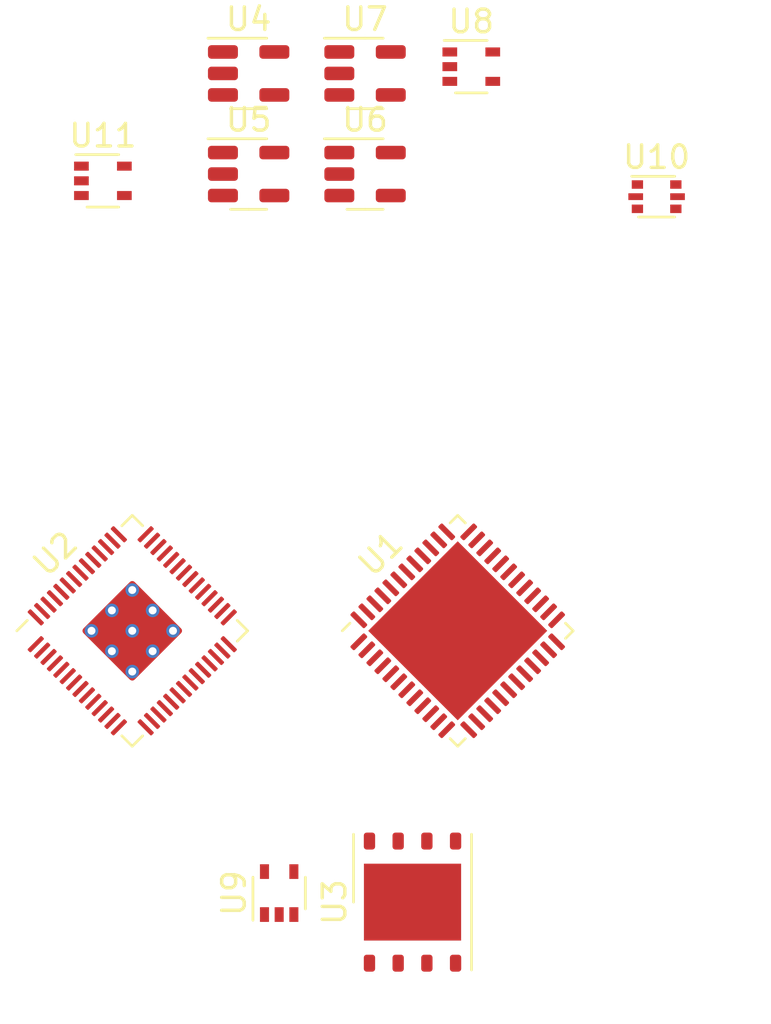
<source format=kicad_pcb>
(kicad_pcb (version 20211014) (generator pcbnew)
  (layers (0 "F.Cu" signal) (31 "B.Cu" signal) (34 "B.Paste" user) (35 "F.Paste" user) (36 "B.SilkS" user "B.Silkscreen") (37 "F.SilkS" user "F.Silkscreen") (38 "B.Mask" user) (39 "F.Mask" user) (44 "Edge.Cuts" user))
  (net 0 "")
  (net 1 "+3V3")
  (net 2 "GND")
  (net 3 "/iCE40/R2IAV")
  (net 4 "/iCE40/R2IST")
  (net 5 "+2V5")
  (net 6 "/iCE40/I2RAV")
  (net 7 "+1V8")
  (net 9 "+1V2")
  (net 10 "/RP2040/CDONE")
  (net 11 "/Flash/SPI_ICE_SD1")
  (net 12 "/Flash/SPI_CLK_ICE")
  (net 13 "/Flash/SPI_~{CS}_ICE")
  (net 14 "/Flash/SPI_ICE_SD0")
  (net 15 "/RP2040/DQ1")
  (net 16 "/RP2040/DQ0")
  (net 17 "/RP2040/DQ3")
  (net 18 "/RP2040/DQ2")
  (net 19 "/RP2040/DQ4")
  (net 20 "/RP2040/DQ5")
  (net 21 "/RP2040/DQ6")
  (net 22 "/RP2040/DQ7")
  (net 23 "/IO/ICELED0")
  (net 24 "/IO/ICELED1")
  (net 25 "/IO/ICELED2")
  (net 26 "/iCE40/I2RST")
  (net 27 "/Flash/SPI_~{CS}_~{EN}")
  (net 28 "/RP2040/DP")
  (net 29 "/RP2040/DM")
  (net 30 "/IO/RPADC3")
  (net 31 "/IO/RPADC2")
  (net 32 "/IO/RPADC1")
  (net 33 "/IO/RPADC0")
  (net 34 "/IO/RX")
  (net 35 "/IO/TX")
  (net 36 "/IO/~{RESET}")
  (net 37 "/IO/SWDIO")
  (net 38 "/IO/SWCLK")
  (net 39 "/RP2040/I2RST")
  (net 40 "/RP2040/I2RAV")
  (net 41 "/RP2040/R2IST")
  (net 42 "/RP2040/R2IAV")
  (net 43 "VBUS")
  (net 44 "/RP2040/~{CRESET}")
  (net 45 "/Power supplies/~{OC}DET")
  (net 46 "/Power supplies/3V3PROTO")
  (net 47 "/Power supplies/V12GOOD")
  (net 48 "/Power supplies/V33GD")
  (net 49 "/IO/RPIO6")
  (net 50 "/IO/RPIO5")
  (net 51 "/IO/RPIO4")
  (net 52 "/IO/RPIO3")
  (net 53 "/IO/RPIO2")
  (net 54 "/IO/RPIO1")
  (net 55 "/IO/RPIO0")
  (net 56 "/IO/RPLED1")
  (net 57 "/IO/RPLED0")
  (net 58 "/RP2040/DVDD")
  (net 59 "/RP2040/VREG_OUT")
  (net 60 "/RP2040/VREG_IN")
  (net 61 "/RP2040/XOUT")
  (net 62 "/RP2040/XIN")
  (net 63 "/RP2040/IOVDD")
  (net 64 "/RP2040/USB_VDD")
  (net 65 "/RP2040/ADC_VDD")
  (net 67 "/iCE40/ICEIO0")
  (net 68 "/iCE40/ICEIO2")
  (net 69 "/iCE40/ICEIO5")
  (net 70 "/iCE40/ICEIO4")
  (net 71 "/iCE40/ICEIO3")
  (net 72 "/iCE40/ICEIO1")
  (net 73 "/iCE40/ICELVIO1")
  (net 75 "/iCE40/ICELVIO0")
  (net 76 "/iCE40/ICELVIO3")
  (net 77 "/iCE40/ICELVIO2")
  (net 78 "/iCE40/ICELVIO4")
  (net 79 "/iCE40/VCCPLL")
  (net 80 "/iCE40/ICELVIO5")
  (net 81 "/iCE40/ICELVIO6")
  (net 82 "/iCE40/VDD_LVIO")
  (net 83 "/iCE40/ICELVIO7")
  (net 84 "/iCE40/ICELVIO9")
  (net 85 "/iCE40/ICELVIO10")
  (net 86 "/iCE40/ICELVIO8")
  (net 87 "/iCE40/ICELVIO12")
  (net 88 "/iCE40/ICELVIO13")
  (net 89 "/iCE40/ICELVIO11")
  (net 90 "/iCE40/ICERST")
  (net 91 "/Flash/~{CS}")
  (net 92 "Net-(J1-PadA6)")
  (net 93 "Net-(J1-PadA7)")
  (net 94 "Net-(R9-Pad1)")
  (net 95 "Net-(R8-Pad1)")
  (net 96 "/Flash/SPI_RP_SD2")
  (net 97 "/Flash/SPI_RP_SD3")
  (footprint "Package_DFN_QFN:QFN-48-1EP_7x7mm_P0.5mm_EP5.6x5.6mm" (layer "F.Cu") (at 129.4 94.3 45)
    (fp_text reference "U1" (at 0 -4.82 45) (layer "F.SilkS"))
    (fp_text value "ICE5LP1K-SG48")
    (fp_line (start 3.61 -3.61) (end 3.61 -3.135) (layer "F.SilkS") (width 0.12))
    (fp_line (start 3.61 3.61) (end 3.61 3.135) (layer "F.SilkS") (width 0.12))
    (fp_line (start 3.135 -3.61) (end 3.61 -3.61) (layer "F.SilkS") (width 0.12))
    (fp_line (start -3.135 -3.61) (end -3.61 -3.61) (layer "F.SilkS") (width 0.12))
    (fp_line (start -3.135 3.61) (end -3.61 3.61) (layer "F.SilkS") (width 0.12))
    (fp_line (start -3.61 3.61) (end -3.61 3.135) (layer "F.SilkS") (width 0.12))
    (fp_line (start 3.135 3.61) (end 3.61 3.61) (layer "F.SilkS") (width 0.12))
    (pad "1" smd roundrect (at -3.4375 -2.75 45) (size 0.875 0.25) (layers "F.Cu" "F.Paste" "F.Mask") (net 1 "+3V3"))
    (pad "2" smd roundrect (at -3.4375 -2.25 45) (size 0.875 0.25) (layers "F.Cu" "F.Paste" "F.Mask") (net 18 "/RP2040/DQ2"))
    (pad "3" smd roundrect (at -3.4375 -1.75 45) (size 0.875 0.25) (layers "F.Cu" "F.Paste" "F.Mask") (net 15 "/RP2040/DQ1"))
    (pad "4" smd roundrect (at -3.4375 -1.25 45) (size 0.875 0.25) (layers "F.Cu" "F.Paste" "F.Mask") (net 16 "/RP2040/DQ0"))
    (pad "5" smd roundrect (at -3.4375 -0.75 45) (size 0.875 0.25) (layers "F.Cu" "F.Paste" "F.Mask") (net 9 "+1V2"))
    (pad "6" smd roundrect (at -3.4375 -0.25 45) (size 0.875 0.25) (layers "F.Cu" "F.Paste" "F.Mask") (net 3 "/iCE40/R2IAV"))
    (pad "7" smd roundrect (at -3.4375 0.25 45) (size 0.875 0.25) (layers "F.Cu" "F.Paste" "F.Mask") (net 10 "/RP2040/CDONE"))
    (pad "8" smd roundrect (at -3.4375 0.75 45) (size 0.875 0.25) (layers "F.Cu" "F.Paste" "F.Mask") (net 90 "/iCE40/ICERST"))
    (pad "9" smd roundrect (at -3.4375 1.25 45) (size 0.875 0.25) (layers "F.Cu" "F.Paste" "F.Mask") (net 4 "/iCE40/R2IST"))
    (pad "10" smd roundrect (at -3.4375 1.75 45) (size 0.875 0.25) (layers "F.Cu" "F.Paste" "F.Mask") (net 6 "/iCE40/I2RAV"))
    (pad "11" smd roundrect (at -3.4375 2.25 45) (size 0.875 0.25) (layers "F.Cu" "F.Paste" "F.Mask") (net 26 "/iCE40/I2RST"))
    (pad "12" smd roundrect (at -3.4375 2.75 45) (size 0.875 0.25) (layers "F.Cu" "F.Paste" "F.Mask") (net 67 "/iCE40/ICEIO0"))
    (pad "13" smd roundrect (at -2.75 3.4375 45) (size 0.25 0.875) (layers "F.Cu" "F.Paste" "F.Mask") (net 72 "/iCE40/ICEIO1"))
    (pad "14" smd roundrect (at -2.25 3.4375 45) (size 0.25 0.875) (layers "F.Cu" "F.Paste" "F.Mask") (net 11 "/Flash/SPI_ICE_SD1"))
    (pad "15" smd roundrect (at -1.75 3.4375 45) (size 0.25 0.875) (layers "F.Cu" "F.Paste" "F.Mask") (net 12 "/Flash/SPI_CLK_ICE"))
    (pad "16" smd roundrect (at -1.25 3.4375 45) (size 0.25 0.875) (layers "F.Cu" "F.Paste" "F.Mask") (net 13 "/Flash/SPI_~{CS}_ICE"))
    (pad "17" smd roundrect (at -0.75 3.4375 45) (size 0.25 0.875) (layers "F.Cu" "F.Paste" "F.Mask") (net 14 "/Flash/SPI_ICE_SD0"))
    (pad "18" smd roundrect (at -0.25 3.4375 45) (size 0.25 0.875) (layers "F.Cu" "F.Paste" "F.Mask") (net 68 "/iCE40/ICEIO2"))
    (pad "19" smd roundrect (at 0.25 3.4375 45) (size 0.25 0.875) (layers "F.Cu" "F.Paste" "F.Mask") (net 71 "/iCE40/ICEIO3"))
    (pad "20" smd roundrect (at 0.75 3.4375 45) (size 0.25 0.875) (layers "F.Cu" "F.Paste" "F.Mask") (net 70 "/iCE40/ICEIO4"))
    (pad "21" smd roundrect (at 1.25 3.4375 45) (size 0.25 0.875) (layers "F.Cu" "F.Paste" "F.Mask") (net 69 "/iCE40/ICEIO5"))
    (pad "22" smd roundrect (at 1.75 3.4375 45) (size 0.25 0.875) (layers "F.Cu" "F.Paste" "F.Mask") (net 1 "+3V3"))
    (pad "23" smd roundrect (at 2.25 3.4375 45) (size 0.25 0.875) (layers "F.Cu" "F.Paste" "F.Mask") (net 75 "/iCE40/ICELVIO0"))
    (pad "24" smd roundrect (at 2.75 3.4375 45) (size 0.25 0.875) (layers "F.Cu" "F.Paste" "F.Mask") (net 79 "/iCE40/VCCPLL"))
    (pad "25" smd roundrect (at 3.4375 2.75 45) (size 0.875 0.25) (layers "F.Cu" "F.Paste" "F.Mask") (net 73 "/iCE40/ICELVIO1"))
    (pad "26" smd roundrect (at 3.4375 2.25 45) (size 0.875 0.25) (layers "F.Cu" "F.Paste" "F.Mask") (net 77 "/iCE40/ICELVIO2"))
    (pad "27" smd roundrect (at 3.4375 1.75 45) (size 0.875 0.25) (layers "F.Cu" "F.Paste" "F.Mask") (net 76 "/iCE40/ICELVIO3"))
    (pad "28" smd roundrect (at 3.4375 1.25 45) (size 0.875 0.25) (layers "F.Cu" "F.Paste" "F.Mask") (net 78 "/iCE40/ICELVIO4"))
    (pad "29" smd roundrect (at 3.4375 0.75 45) (size 0.875 0.25) (layers "F.Cu" "F.Paste" "F.Mask") (net 5 "+2V5"))
    (pad "30" smd roundrect (at 3.4375 0.25 45) (size 0.875 0.25) (layers "F.Cu" "F.Paste" "F.Mask") (net 9 "+1V2"))
    (pad "31" smd roundrect (at 3.4375 -0.25 45) (size 0.875 0.25) (layers "F.Cu" "F.Paste" "F.Mask") (net 80 "/iCE40/ICELVIO5"))
    (pad "32" smd roundrect (at 3.4375 -0.75 45) (size 0.875 0.25) (layers "F.Cu" "F.Paste" "F.Mask") (net 81 "/iCE40/ICELVIO6"))
    (pad "33" smd roundrect (at 3.4375 -1.25 45) (size 0.875 0.25) (layers "F.Cu" "F.Paste" "F.Mask") (net 82 "/iCE40/VDD_LVIO"))
    (pad "34" smd roundrect (at 3.4375 -1.75 45) (size 0.875 0.25) (layers "F.Cu" "F.Paste" "F.Mask") (net 83 "/iCE40/ICELVIO7"))
    (pad "35" smd roundrect (at 3.4375 -2.25 45) (size 0.875 0.25) (layers "F.Cu" "F.Paste" "F.Mask") (net 86 "/iCE40/ICELVIO8"))
    (pad "36" smd roundrect (at 3.4375 -2.75 45) (size 0.875 0.25) (layers "F.Cu" "F.Paste" "F.Mask") (net 84 "/iCE40/ICELVIO9"))
    (pad "37" smd roundrect (at 2.75 -3.4375 45) (size 0.25 0.875) (layers "F.Cu" "F.Paste" "F.Mask") (net 85 "/iCE40/ICELVIO10"))
    (pad "38" smd roundrect (at 2.25 -3.4375 45) (size 0.25 0.875) (layers "F.Cu" "F.Paste" "F.Mask") (net 89 "/iCE40/ICELVIO11"))
    (pad "39" smd roundrect (at 1.75 -3.4375 45) (size 0.25 0.875) (layers "F.Cu" "F.Paste" "F.Mask") (net 23 "/IO/ICELED0"))
    (pad "40" smd roundrect (at 1.25 -3.4375 45) (size 0.25 0.875) (layers "F.Cu" "F.Paste" "F.Mask") (net 24 "/IO/ICELED1"))
    (pad "41" smd roundrect (at 0.75 -3.4375 45) (size 0.25 0.875) (layers "F.Cu" "F.Paste" "F.Mask") (net 25 "/IO/ICELED2"))
    (pad "42" smd roundrect (at 0.25 -3.4375 45) (size 0.25 0.875) (layers "F.Cu" "F.Paste" "F.Mask") (net 87 "/iCE40/ICELVIO12"))
    (pad "43" smd roundrect (at -0.25 -3.4375 45) (size 0.25 0.875) (layers "F.Cu" "F.Paste" "F.Mask") (net 88 "/iCE40/ICELVIO13"))
    (pad "44" smd roundrect (at -0.75 -3.4375 45) (size 0.25 0.875) (layers "F.Cu" "F.Paste" "F.Mask") (net 22 "/RP2040/DQ7"))
    (pad "45" smd roundrect (at -1.25 -3.4375 45) (size 0.25 0.875) (layers "F.Cu" "F.Paste" "F.Mask") (net 21 "/RP2040/DQ6"))
    (pad "46" smd roundrect (at -1.75 -3.4375 45) (size 0.25 0.875) (layers "F.Cu" "F.Paste" "F.Mask") (net 20 "/RP2040/DQ5"))
    (pad "47" smd roundrect (at -2.25 -3.4375 45) (size 0.25 0.875) (layers "F.Cu" "F.Paste" "F.Mask") (net 19 "/RP2040/DQ4"))
    (pad "48" smd roundrect (at -2.75 -3.4375 45) (size 0.25 0.875) (layers "F.Cu" "F.Paste" "F.Mask") (net 17 "/RP2040/DQ3"))
    (pad "49" smd rect (at 0 0 45) (size 5.6 5.6) (layers "F.Cu" "F.Mask") (net 2 "GND"))
  )
  (footprint "Package_TO_SOT_SMD:SOT-23-5" (layer "F.Cu") (at 120.15 74.1)
    (fp_text reference "U5" (at 0 -2.4) (layer "F.SilkS"))
    (fp_text value "AP2171W")
    (fp_line (start 0 1.56) (end -0.8 1.56) (layer "F.SilkS") (width 0.12))
    (fp_line (start 0 -1.56) (end -1.8 -1.56) (layer "F.SilkS") (width 0.12))
    (fp_line (start 0 1.56) (end 0.8 1.56) (layer "F.SilkS") (width 0.12))
    (fp_line (start 0 -1.56) (end 0.8 -1.56) (layer "F.SilkS") (width 0.12))
    (pad "1" smd roundrect (at -1.1375 -0.95) (size 1.325 0.6) (layers "F.Cu" "F.Paste" "F.Mask") (net 1 "+3V3"))
    (pad "2" smd roundrect (at -1.1375 0) (size 1.325 0.6) (layers "F.Cu" "F.Paste" "F.Mask") (net 2 "GND"))
    (pad "3" smd roundrect (at -1.1375 0.95) (size 1.325 0.6) (layers "F.Cu" "F.Paste" "F.Mask") (net 45 "/Power supplies/~{OC}DET"))
    (pad "4" smd roundrect (at 1.1375 0.95) (size 1.325 0.6) (layers "F.Cu" "F.Paste" "F.Mask") (net 47 "/Power supplies/V12GOOD"))
    (pad "5" smd roundrect (at 1.1375 -0.95) (size 1.325 0.6) (layers "F.Cu" "F.Paste" "F.Mask") (net 46 "/Power supplies/3V3PROTO"))
  )
  (footprint "Package_TO_SOT_SMD:SOT-353_SC-70-5" (layer "F.Cu") (at 130 69.35)
    (fp_text reference "U8" (at 0 -2) (layer "F.SilkS"))
    (fp_text value "MIC5366-1.8YC5")
    (fp_line (start -0.7 1.16) (end 0.7 1.16) (layer "F.SilkS") (width 0.12))
    (fp_line (start 0.7 -1.16) (end -1.2 -1.16) (layer "F.SilkS") (width 0.12))
    (pad "1" smd rect (at -0.95 -0.65) (size 0.65 0.4) (layers "F.Cu" "F.Paste" "F.Mask") (net 46 "/Power supplies/3V3PROTO"))
    (pad "2" smd rect (at -0.95 0) (size 0.65 0.4) (layers "F.Cu" "F.Paste" "F.Mask") (net 2 "GND"))
    (pad "3" smd rect (at -0.95 0.65) (size 0.65 0.4) (layers "F.Cu" "F.Paste" "F.Mask") (net 46 "/Power supplies/3V3PROTO"))
    (pad "4" smd rect (at 0.95 0.65) (size 0.65 0.4) (layers "F.Cu" "F.Paste" "F.Mask"))
    (pad "5" smd rect (at 0.95 -0.65) (size 0.65 0.4) (layers "F.Cu" "F.Paste" "F.Mask") (net 7 "+1V8"))
  )
  (footprint "Package_TO_SOT_SMD:TSOT-23-5" (layer "F.Cu") (at 125.3 74.1)
    (fp_text reference "U6" (at 0 -2.4) (layer "F.SilkS"))
    (fp_text value "NCV8164ASN120T1G")
    (fp_line (start 0 -1.56) (end -1.8 -1.56) (layer "F.SilkS") (width 0.12))
    (fp_line (start 0 1.56) (end -0.8 1.56) (layer "F.SilkS") (width 0.12))
    (fp_line (start 0 -1.56) (end 0.8 -1.56) (layer "F.SilkS") (width 0.12))
    (fp_line (start 0 1.56) (end 0.8 1.56) (layer "F.SilkS") (width 0.12))
    (pad "1" smd roundrect (at -1.1375 -0.95) (size 1.325 0.6) (layers "F.Cu" "F.Paste" "F.Mask") (net 46 "/Power supplies/3V3PROTO"))
    (pad "2" smd roundrect (at -1.1375 0) (size 1.325 0.6) (layers "F.Cu" "F.Paste" "F.Mask") (net 2 "GND"))
    (pad "3" smd roundrect (at -1.1375 0.95) (size 1.325 0.6) (layers "F.Cu" "F.Paste" "F.Mask") (net 46 "/Power supplies/3V3PROTO"))
    (pad "4" smd roundrect (at 1.1375 0.95) (size 1.325 0.6) (layers "F.Cu" "F.Paste" "F.Mask") (net 47 "/Power supplies/V12GOOD"))
    (pad "5" smd roundrect (at 1.1375 -0.95) (size 1.325 0.6) (layers "F.Cu" "F.Paste" "F.Mask") (net 9 "+1V2"))
  )
  (footprint "Package_TO_SOT_SMD:SOT-353_SC-70-5" (layer "F.Cu") (at 121.5 105.9 90)
    (fp_text reference "U9" (at 0 -2 90) (layer "F.SilkS"))
    (fp_text value "TS5A3167DCKR")
    (fp_line (start -0.7 1.16) (end 0.7 1.16) (layer "F.SilkS") (width 0.12))
    (fp_line (start 0.7 -1.16) (end -1.2 -1.16) (layer "F.SilkS") (width 0.12))
    (pad "1" smd rect (at -0.95 -0.65 90) (size 0.65 0.4) (layers "F.Cu" "F.Paste" "F.Mask") (net 13 "/Flash/SPI_~{CS}_ICE"))
    (pad "2" smd rect (at -0.95 0 90) (size 0.65 0.4) (layers "F.Cu" "F.Paste" "F.Mask") (net 91 "/Flash/~{CS}"))
    (pad "3" smd rect (at -0.95 0.65 90) (size 0.65 0.4) (layers "F.Cu" "F.Paste" "F.Mask") (net 2 "GND"))
    (pad "4" smd rect (at 0.95 0.65 90) (size 0.65 0.4) (layers "F.Cu" "F.Paste" "F.Mask") (net 27 "/Flash/SPI_~{CS}_~{EN}"))
    (pad "5" smd rect (at 0.95 -0.65 90) (size 0.65 0.4) (layers "F.Cu" "F.Paste" "F.Mask") (net 1 "+3V3"))
  )
  (footprint "Package_TO_SOT_SMD:SOT-666" (layer "F.Cu") (at 138.2 75.1)
    (fp_text reference "U10" (at 0 -1.75) (layer "F.SilkS"))
    (fp_text value "USBLC6-2P6")
    (fp_line (start 0.8 -0.9) (end -1.1 -0.9) (layer "F.SilkS") (width 0.12))
    (fp_line (start -0.8 0.9) (end 0.8 0.9) (layer "F.SilkS") (width 0.12))
    (pad "1" smd rect (at -0.85 -0.5375) (size 0.5 0.375) (layers "F.Cu" "F.Paste" "F.Mask") (net 92 "Net-(J1-PadA6)"))
    (pad "2" smd rect (at -0.925 0) (size 0.65 0.3) (layers "F.Cu" "F.Paste" "F.Mask") (net 2 "GND"))
    (pad "3" smd rect (at -0.85 0.5375) (size 0.5 0.375) (layers "F.Cu" "F.Paste" "F.Mask") (net 93 "Net-(J1-PadA7)"))
    (pad "4" smd rect (at 0.85 0.5375) (size 0.5 0.375) (layers "F.Cu" "F.Paste" "F.Mask") (net 94 "Net-(R9-Pad1)"))
    (pad "5" smd rect (at 0.925 0) (size 0.65 0.3) (layers "F.Cu" "F.Paste" "F.Mask") (net 43 "VBUS"))
    (pad "6" smd rect (at 0.85 -0.5375) (size 0.5 0.375) (layers "F.Cu" "F.Paste" "F.Mask") (net 95 "Net-(R8-Pad1)"))
  )
  (footprint "Package_SON:WSON-8-1EP_6x5mm_P1.27mm_EP3.4x4.3mm" (layer "F.Cu") (at 127.4 106.3 90)
    (fp_text reference "U3" (at 0 -3.45 90) (layer "F.SilkS"))
    (fp_text value "W25Q32JVZP")
    (fp_line (start -3 2.61) (end 3 2.61) (layer "F.SilkS") (width 0.12))
    (fp_line (start 0 -2.61) (end 3 -2.61) (layer "F.SilkS") (width 0.12))
    (pad "1" smd roundrect (at -2.7 -1.905 90) (size 0.75 0.5) (layers "F.Cu" "F.Paste" "F.Mask") (net 91 "/Flash/~{CS}"))
    (pad "2" smd roundrect (at -2.7 -0.635 90) (size 0.75 0.5) (layers "F.Cu" "F.Paste" "F.Mask") (net 11 "/Flash/SPI_ICE_SD1"))
    (pad "3" smd roundrect (at -2.7 0.635 90) (size 0.75 0.5) (layers "F.Cu" "F.Paste" "F.Mask") (net 96 "/Flash/SPI_RP_SD2"))
    (pad "4" smd roundrect (at -2.7 1.905 90) (size 0.75 0.5) (layers "F.Cu" "F.Paste" "F.Mask") (net 2 "GND"))
    (pad "5" smd roundrect (at 2.7 1.905 90) (size 0.75 0.5) (layers "F.Cu" "F.Paste" "F.Mask") (net 14 "/Flash/SPI_ICE_SD0"))
    (pad "6" smd roundrect (at 2.7 0.635 90) (size 0.75 0.5) (layers "F.Cu" "F.Paste" "F.Mask") (net 12 "/Flash/SPI_CLK_ICE"))
    (pad "7" smd roundrect (at 2.7 -0.635 90) (size 0.75 0.5) (layers "F.Cu" "F.Paste" "F.Mask") (net 97 "/Flash/SPI_RP_SD3"))
    (pad "8" smd roundrect (at 2.7 -1.905 90) (size 0.75 0.5) (layers "F.Cu" "F.Paste" "F.Mask") (net 1 "+3V3"))
    (pad "9" smd rect (at 0 0 90) (size 3.4 4.3) (layers "F.Cu" "F.Mask") (net 2 "GND"))
  )
  (footprint "MCU_RaspberryPi_and_Boards:RP2040-QFN-56" (layer "F.Cu") (at 115 94.3 45)
    (fp_text reference "U2" (at 0 -4.82 45) (layer "F.SilkS"))
    (fp_text value "RP2040")
    (fp_line (start 2.96 -3.61) (end 3.61 -3.61) (layer "F.SilkS") (width 0.12))
    (fp_line (start 3.61 3.61) (end 3.61 2.96) (layer "F.SilkS") (width 0.12))
    (fp_line (start -2.96 -3.61) (end -3.61 -3.61) (layer "F.SilkS") (width 0.12))
    (fp_line (start 3.61 -3.61) (end 3.61 -2.96) (layer "F.SilkS") (width 0.12))
    (fp_line (start 2.96 3.61) (end 3.61 3.61) (layer "F.SilkS") (width 0.12))
    (fp_line (start -3.61 3.61) (end -3.61 2.96) (layer "F.SilkS") (width 0.12))
    (fp_line (start -2.96 3.61) (end -3.61 3.61) (layer "F.SilkS") (width 0.12))
    (pad "1" smd roundrect locked (at -3.4375 -2.6 45) (size 0.875 0.2) (layers "F.Cu" "F.Paste" "F.Mask") (net 63 "/RP2040/IOVDD"))
    (pad "2" smd roundrect locked (at -3.4375 -2.2 45) (size 0.875 0.2) (layers "F.Cu" "F.Paste" "F.Mask") (net 35 "/IO/TX"))
    (pad "3" smd roundrect locked (at -3.4375 -1.8 45) (size 0.875 0.2) (layers "F.Cu" "F.Paste" "F.Mask") (net 34 "/IO/RX"))
    (pad "4" smd roundrect locked (at -3.4375 -1.4 45) (size 0.875 0.2) (layers "F.Cu" "F.Paste" "F.Mask") (net 55 "/IO/RPIO0"))
    (pad "5" smd roundrect locked (at -3.4375 -1 45) (size 0.875 0.2) (layers "F.Cu" "F.Paste" "F.Mask") (net 54 "/IO/RPIO1"))
    (pad "6" smd roundrect locked (at -3.4375 -0.6 45) (size 0.875 0.2) (layers "F.Cu" "F.Paste" "F.Mask") (net 53 "/IO/RPIO2"))
    (pad "7" smd roundrect locked (at -3.4375 -0.2 45) (size 0.875 0.2) (layers "F.Cu" "F.Paste" "F.Mask") (net 52 "/IO/RPIO3"))
    (pad "8" smd roundrect locked (at -3.4375 0.2 45) (size 0.875 0.2) (layers "F.Cu" "F.Paste" "F.Mask") (net 51 "/IO/RPIO4"))
    (pad "9" smd roundrect locked (at -3.4375 0.6 45) (size 0.875 0.2) (layers "F.Cu" "F.Paste" "F.Mask") (net 50 "/IO/RPIO5"))
    (pad "10" smd roundrect locked (at -3.4375 1 45) (size 0.875 0.2) (layers "F.Cu" "F.Paste" "F.Mask") (net 63 "/RP2040/IOVDD"))
    (pad "11" smd roundrect locked (at -3.4375 1.4 45) (size 0.875 0.2) (layers "F.Cu" "F.Paste" "F.Mask") (net 49 "/IO/RPIO6"))
    (pad "12" smd roundrect locked (at -3.4375 1.8 45) (size 0.875 0.2) (layers "F.Cu" "F.Paste" "F.Mask") (net 27 "/Flash/SPI_~{CS}_~{EN}"))
    (pad "13" smd roundrect locked (at -3.4375 2.2 45) (size 0.875 0.2) (layers "F.Cu" "F.Paste" "F.Mask") (net 39 "/RP2040/I2RST"))
    (pad "14" smd roundrect locked (at -3.4375 2.6 45) (size 0.875 0.2) (layers "F.Cu" "F.Paste" "F.Mask") (net 40 "/RP2040/I2RAV"))
    (pad "15" smd roundrect locked (at -2.6 3.4375 45) (size 0.2 0.875) (layers "F.Cu" "F.Paste" "F.Mask") (net 41 "/RP2040/R2IST"))
    (pad "16" smd roundrect locked (at -2.2 3.4375 45) (size 0.2 0.875) (layers "F.Cu" "F.Paste" "F.Mask") (net 44 "/RP2040/~{CRESET}"))
    (pad "17" smd roundrect locked (at -1.8 3.4375 45) (size 0.2 0.875) (layers "F.Cu" "F.Paste" "F.Mask") (net 10 "/RP2040/CDONE"))
    (pad "18" smd roundrect locked (at -1.4 3.4375 45) (size 0.2 0.875) (layers "F.Cu" "F.Paste" "F.Mask") (net 42 "/RP2040/R2IAV"))
    (pad "19" smd roundrect locked (at -1 3.4375 45) (size 0.2 0.875) (layers "F.Cu" "F.Paste" "F.Mask") (net 2 "GND"))
    (pad "20" smd roundrect locked (at -0.6 3.4375 45) (size 0.2 0.875) (layers "F.Cu" "F.Paste" "F.Mask") (net 62 "/RP2040/XIN"))
    (pad "21" smd roundrect locked (at -0.2 3.4375 45) (size 0.2 0.875) (layers "F.Cu" "F.Paste" "F.Mask") (net 61 "/RP2040/XOUT"))
    (pad "22" smd roundrect locked (at 0.2 3.4375 45) (size 0.2 0.875) (layers "F.Cu" "F.Paste" "F.Mask") (net 63 "/RP2040/IOVDD"))
    (pad "23" smd roundrect locked (at 0.6 3.4375 45) (size 0.2 0.875) (layers "F.Cu" "F.Paste" "F.Mask") (net 58 "/RP2040/DVDD"))
    (pad "24" smd roundrect locked (at 1 3.4375 45) (size 0.2 0.875) (layers "F.Cu" "F.Paste" "F.Mask") (net 38 "/IO/SWCLK"))
    (pad "25" smd roundrect locked (at 1.4 3.4375 45) (size 0.2 0.875) (layers "F.Cu" "F.Paste" "F.Mask") (net 37 "/IO/SWDIO"))
    (pad "26" smd roundrect locked (at 1.8 3.4375 45) (size 0.2 0.875) (layers "F.Cu" "F.Paste" "F.Mask") (net 36 "/IO/~{RESET}"))
    (pad "27" smd roundrect locked (at 2.2 3.4375 45) (size 0.2 0.875) (layers "F.Cu" "F.Paste" "F.Mask") (net 16 "/RP2040/DQ0"))
    (pad "28" smd roundrect locked (at 2.6 3.4375 45) (size 0.2 0.875) (layers "F.Cu" "F.Paste" "F.Mask") (net 15 "/RP2040/DQ1"))
    (pad "29" smd roundrect locked (at 3.4375 2.6 45) (size 0.875 0.2) (layers "F.Cu" "F.Paste" "F.Mask") (net 18 "/RP2040/DQ2"))
    (pad "30" smd roundrect locked (at 3.4375 2.2 45) (size 0.875 0.2) (layers "F.Cu" "F.Paste" "F.Mask") (net 17 "/RP2040/DQ3"))
    (pad "31" smd roundrect locked (at 3.4375 1.8 45) (size 0.875 0.2) (layers "F.Cu" "F.Paste" "F.Mask") (net 19 "/RP2040/DQ4"))
    (pad "32" smd roundrect locked (at 3.4375 1.4 45) (size 0.875 0.2) (layers "F.Cu" "F.Paste" "F.Mask") (net 20 "/RP2040/DQ5"))
    (pad "33" smd roundrect locked (at 3.4375 1 45) (size 0.875 0.2) (layers "F.Cu" "F.Paste" "F.Mask") (net 63 "/RP2040/IOVDD"))
    (pad "34" smd roundrect locked (at 3.4375 0.6 45) (size 0.875 0.2) (layers "F.Cu" "F.Paste" "F.Mask") (net 21 "/RP2040/DQ6"))
    (pad "35" smd roundrect locked (at 3.4375 0.2 45) (size 0.875 0.2) (layers "F.Cu" "F.Paste" "F.Mask") (net 22 "/RP2040/DQ7"))
    (pad "36" smd roundrect locked (at 3.4375 -0.2 45) (size 0.875 0.2) (layers "F.Cu" "F.Paste" "F.Mask") (net 57 "/IO/RPLED0"))
    (pad "37" smd roundrect locked (at 3.4375 -0.6 45) (size 0.875 0.2) (layers "F.Cu" "F.Paste" "F.Mask") (net 56 "/IO/RPLED1"))
    (pad "38" smd roundrect locked (at 3.4375 -1 45) (size 0.875 0.2) (layers "F.Cu" "F.Paste" "F.Mask") (net 33 "/IO/RPADC0"))
    (pad "39" smd roundrect locked (at 3.4375 -1.4 45) (size 0.875 0.2) (layers "F.Cu" "F.Paste" "F.Mask") (net 32 "/IO/RPADC1"))
    (pad "40" smd roundrect locked (at 3.4375 -1.8 45) (size 0.875 0.2) (layers "F.Cu" "F.Paste" "F.Mask") (net 31 "/IO/RPADC2"))
    (pad "41" smd roundrect locked (at 3.4375 -2.2 45) (size 0.875 0.2) (layers "F.Cu" "F.Paste" "F.Mask") (net 30 "/IO/RPADC3"))
    (pad "42" smd roundrect locked (at 3.4375 -2.6 45) (size 0.875 0.2) (layers "F.Cu" "F.Paste" "F.Mask") (net 63 "/RP2040/IOVDD"))
    (pad "43" smd roundrect locked (at 2.6 -3.4375 45) (size 0.2 0.875) (layers "F.Cu" "F.Paste" "F.Mask") (net 65 "/RP2040/ADC_VDD"))
    (pad "44" smd roundrect locked (at 2.2 -3.4375 45) (size 0.2 0.875) (layers "F.Cu" "F.Paste" "F.Mask") (net 60 "/RP2040/VREG_IN"))
    (pad "45" smd roundrect locked (at 1.8 -3.4375 45) (size 0.2 0.875) (layers "F.Cu" "F.Paste" "F.Mask") (net 59 "/RP2040/VREG_OUT"))
    (pad "46" smd roundrect locked (at 1.4 -3.4375 45) (size 0.2 0.875) (layers "F.Cu" "F.Paste" "F.Mask") (net 29 "/RP2040/DM"))
    (pad "47" smd roundrect locked (at 1 -3.4375 45) (size 0.2 0.875) (layers "F.Cu" "F.Paste" "F.Mask") (net 28 "/RP2040/DP"))
    (pad "48" smd roundrect locked (at 0.6 -3.4375 45) (size 0.2 0.875) (layers "F.Cu" "F.Paste" "F.Mask") (net 64 "/RP2040/USB_VDD"))
    (pad "49" smd roundrect locked (at 0.2 -3.4375 45) (size 0.2 0.875) (layers "F.Cu" "F.Paste" "F.Mask") (net 63 "/RP2040/IOVDD"))
    (pad "50" smd roundrect locked (at -0.2 -3.4375 45) (size 0.2 0.875) (layers "F.Cu" "F.Paste" "F.Mask") (net 58 "/RP2040/DVDD"))
    (pad "51" smd roundrect locked (at -0.6 -3.4375 45) (size 0.2 0.875) (layers "F.Cu" "F.Paste" "F.Mask") (net 97 "/Flash/SPI_RP_SD3"))
    (pad "52" smd roundrect locked (at -1 -3.4375 45) (size 0.2 0.875) (layers "F.Cu" "F.Paste" "F.Mask") (net 12 "/Flash/SPI_CLK_ICE"))
    (pad "53" smd roundrect locked (at -1.4 -3.4375 45) (size 0.2 0.875) (layers "F.Cu" "F.Paste" "F.Mask") (net 14 "/Flash/SPI_ICE_SD0"))
    (pad "54" smd roundrect locked (at -1.8 -3.4375 45) (size 0.2 0.875) (layers "F.Cu" "F.Paste" "F.Mask") (net 96 "/Flash/SPI_RP_SD2"))
    (pad "55" smd roundrect locked (at -2.2 -3.4375 45) (size 0.2 0.875) (layers "F.Cu" "F.Paste" "F.Mask") (net 11 "/Flash/SPI_ICE_SD1"))
    (pad "56" smd roundrect locked (at -2.6 -3.4375 45) (size 0.2 0.875) (layers "F.Cu" "F.Paste" "F.Mask") (net 13 "/Flash/SPI_~{CS}_ICE"))
    (pad "57" thru_hole circle locked (at -1.275 1.275 45) (size 0.6 0.6) (drill 0.35) (layers *.Cu) (net 2 "GND"))
    (pad "57" smd roundrect locked (at 0 0 45) (size 3.2 3.2) (layers "F.Cu" "F.Mask") (roundrect_rratio 0.045) (net 2 "GND"))
    (pad "57" thru_hole circle locked (at 0 0 45) (size 0.6 0.6) (drill 0.35) (layers *.Cu) (net 2 "GND"))
    (pad "57" thru_hole circle locked (at 1.275 0 45) (size 0.6 0.6) (drill 0.35) (layers *.Cu) (net 2 "GND"))
    (pad "57" thru_hole circle locked (at 0 1.275 45) (size 0.6 0.6) (drill 0.35) (layers *.Cu) (net 2 "GND"))
    (pad "57" thru_hole circle locked (at -1.275 0 45) (size 0.6 0.6) (drill 0.35) (layers *.Cu) (net 2 "GND"))
    (pad "57" thru_hole circle locked (at 1.275 1.275 45) (size 0.6 0.6) (drill 0.35) (layers *.Cu) (net 2 "GND"))
    (pad "57" thru_hole circle locked (at 0 -1.275 45) (size 0.6 0.6) (drill 0.35) (layers *.Cu) (net 2 "GND"))
    (pad "57" thru_hole circle locked (at -1.275 -1.275 45) (size 0.6 0.6) (drill 0.35) (layers *.Cu) (net 2 "GND"))
    (pad "57" thru_hole circle locked (at 1.275 -1.275 45) (size 0.6 0.6) (drill 0.35) (layers *.Cu) (net 2 "GND"))
  )
  (footprint "Package_TO_SOT_SMD:TSOT-23-5" (layer "F.Cu") (at 125.3 69.65)
    (fp_text reference "U7" (at 0 -2.4) (layer "F.SilkS"))
    (fp_text value "NCP115ASN250T2G")
    (fp_line (start 0 -1.56) (end 0.8 -1.56) (layer "F.SilkS") (width 0.12))
    (fp_line (start 0 1.56) (end 0.8 1.56) (layer "F.SilkS") (width 0.12))
    (fp_line (start 0 -1.56) (end -1.8 -1.56) (layer "F.SilkS") (width 0.12))
    (fp_line (start 0 1.56) (end -0.8 1.56) (layer "F.SilkS") (width 0.12))
    (pad "1" smd roundrect (at -1.1375 -0.95) (size 1.325 0.6) (layers "F.Cu" "F.Paste" "F.Mask") (net 46 "/Power supplies/3V3PROTO"))
    (pad "2" smd roundrect (at -1.1375 0) (size 1.325 0.6) (layers "F.Cu" "F.Paste" "F.Mask") (net 2 "GND"))
    (pad "3" smd roundrect (at -1.1375 0.95) (size 1.325 0.6) (layers "F.Cu" "F.Paste" "F.Mask") (net 48 "/Power supplies/V33GD"))
    (pad "4" smd roundrect (at 1.1375 0.95) (size 1.325 0.6) (layers "F.Cu" "F.Paste" "F.Mask"))
    (pad "5" smd roundrect (at 1.1375 -0.95) (size 1.325 0.6) (layers "F.Cu" "F.Paste" "F.Mask") (net 5 "+2V5"))
  )
  (footprint "Package_TO_SOT_SMD:SOT-23-5" (layer "F.Cu") (at 120.15 69.65)
    (fp_text reference "U4" (at 0 -2.4) (layer "F.SilkS"))
    (fp_text value "AP2112K-3.3")
    (fp_line (start 0 -1.56) (end 0.8 -1.56) (layer "F.SilkS") (width 0.12))
    (fp_line (start 0 1.56) (end 0.8 1.56) (layer "F.SilkS") (width 0.12))
    (fp_line (start 0 -1.56) (end -1.8 -1.56) (layer "F.SilkS") (width 0.12))
    (fp_line (start 0 1.56) (end -0.8 1.56) (layer "F.SilkS") (width 0.12))
    (pad "1" smd roundrect (at -1.1375 -0.95) (size 1.325 0.6) (layers "F.Cu" "F.Paste" "F.Mask") (net 43 "VBUS"))
    (pad "2" smd roundrect (at -1.1375 0) (size 1.325 0.6) (layers "F.Cu" "F.Paste" "F.Mask") (net 2 "GND"))
    (pad "3" smd roundrect (at -1.1375 0.95) (size 1.325 0.6) (layers "F.Cu" "F.Paste" "F.Mask") (net 45 "/Power supplies/~{OC}DET"))
    (pad "4" smd roundrect (at 1.1375 0.95) (size 1.325 0.6) (layers "F.Cu" "F.Paste" "F.Mask"))
    (pad "5" smd roundrect (at 1.1375 -0.95) (size 1.325 0.6) (layers "F.Cu" "F.Paste" "F.Mask") (net 46 "/Power supplies/3V3PROTO"))
  )
  (footprint "Package_TO_SOT_SMD:SOT-353_SC-70-5" (layer "F.Cu") (at 113.7 74.4)
    (fp_text reference "U11" (at 0 -2) (layer "F.SilkS"))
    (fp_text value "74LVC1G08")
    (fp_line (start -0.7 1.16) (end 0.7 1.16) (layer "F.SilkS") (width 0.12))
    (fp_line (start 0.7 -1.16) (end -1.2 -1.16) (layer "F.SilkS") (width 0.12))
    (pad "1" smd rect (at -0.95 -0.65) (size 0.65 0.4) (layers "F.Cu" "F.Paste" "F.Mask") (net 36 "/IO/~{RESET}"))
    (pad "2" smd rect (at -0.95 0) (size 0.65 0.4) (layers "F.Cu" "F.Paste" "F.Mask") (net 44 "/RP2040/~{CRESET}"))
    (pad "3" smd rect (at -0.95 0.65) (size 0.65 0.4) (layers "F.Cu" "F.Paste" "F.Mask") (net 2 "GND"))
    (pad "4" smd rect (at 0.95 0.65) (size 0.65 0.4) (layers "F.Cu" "F.Paste" "F.Mask") (net 90 "/iCE40/ICERST"))
    (pad "5" smd rect (at 0.95 -0.65) (size 0.65 0.4) (layers "F.Cu" "F.Paste" "F.Mask") (net 1 "+3V3"))
  )
)
</source>
